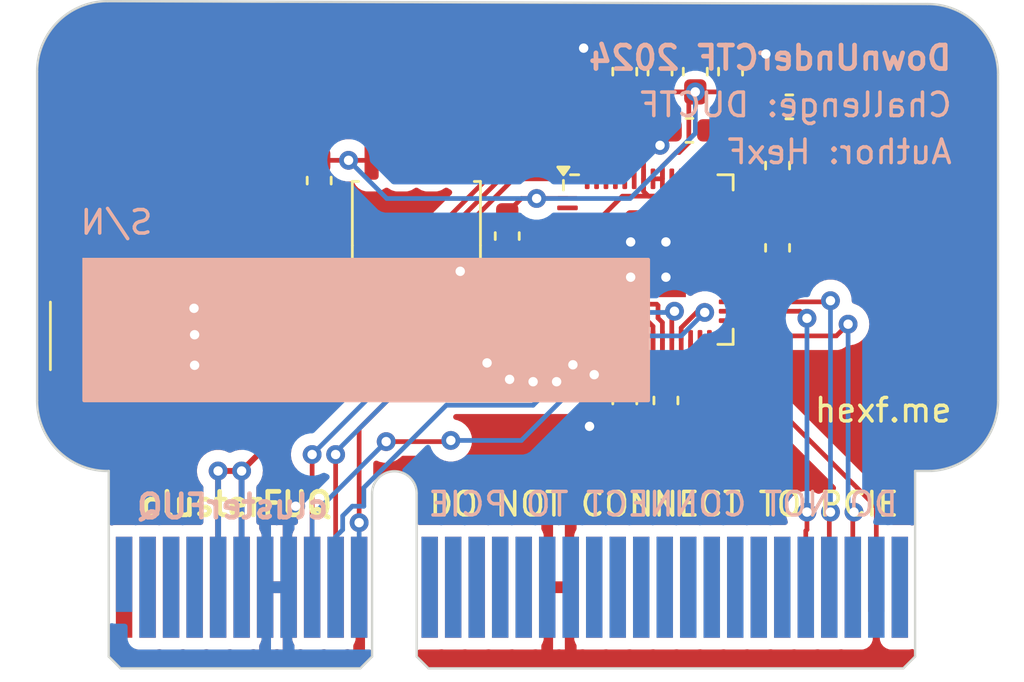
<source format=kicad_pcb>
(kicad_pcb (version 20240108) (generator "pcbnew") (generator_version "8.0")
  (layers (0 "F.Cu" signal) (31 "B.Cu" signal) (34 "B.Paste" user) (35 "F.Paste" user) (36 "B.SilkS" user "B.Silkscreen") (37 "F.SilkS" user "F.Silkscreen") (38 "B.Mask" user) (39 "F.Mask" user) (44 "Edge.Cuts" user))
  (net 0 "")
  (net 1 "+5V_0")
  (net 2 "+5V")
  (net 3 "+3V3")
  (net 4 "GND")
  (net 5 "/CH_SCK")
  (net 6 "/CH_CS")
  (net 7 "Net-(U101-VREG_VOUT)")
  (net 29 "/CH_MISO")
  (net 30 "/CH_MOSI")
  (net 45 "/MOSI")
  (net 46 "/SCK")
  (net 47 "/MISO")
  (net 48 "/~{RESET}")
  (net 50 "/RC522_CS")
  (net 51 "Net-(J101-Pin_3)")
  (net 52 "Net-(J101-Pin_1)")
  (net 55 "/QSPI.SS")
  (net 58 "/QSPI.D0")
  (net 70 "/QSPI.D3")
  (net 71 "/QSPI.CK")
  (net 80 "/QSPI.D2")
  (net 82 "/QSPI.D1")
  (net 85 "+AUX")
  (net 86 "+AUX_0")
  (net 87 "+AUX_1")
  (net 88 "+5V_1")
  (net 89 "+AUX_2")
  (net 90 "+5V_2")
  (footprint "Capacitor_SMD:C_0603_1608Metric_Pad1.08x0.95mm_HandSolder" (layer "F.Cu") (at 139 87.6375 -90)
    (property "Reference" "C101" (hide yes))
    (property "Value" "100nF")
    (fp_line (start -0.146267 0.51) (end 0.146267 0.51) (stroke (width 0.12)) (layer "F.SilkS"))
    (fp_line (start -0.146267 -0.51) (end 0.146267 -0.51) (stroke (width 0.12)) (layer "F.SilkS"))
    (pad "1" smd roundrect (at -0.8625 0 270) (size 1.075 0.95) (layers "F.Cu" "F.Paste" "F.Mask") (net 3 "+3V3"))
    (pad "2" smd roundrect (at 0.8625 0 270) (size 1.075 0.95) (layers "F.Cu" "F.Paste" "F.Mask") (net 4 "GND"))
  )
  (footprint "Capacitor_SMD:C_0603_1608Metric_Pad1.08x0.95mm_HandSolder" (layer "F.Cu") (at 153.5 83 90)
    (property "Reference" "C106" (hide yes))
    (property "Value" "100nF")
    (fp_line (start -0.146267 -0.51) (end 0.146267 -0.51) (stroke (width 0.12)) (layer "F.SilkS"))
    (fp_line (start -0.146267 0.51) (end 0.146267 0.51) (stroke (width 0.12)) (layer "F.SilkS"))
    (pad "1" smd roundrect (at -0.8625 0 90) (size 1.075 0.95) (layers "F.Cu" "F.Paste" "F.Mask") (net 3 "+3V3"))
    (pad "2" smd roundrect (at 0.8625 0 90) (size 1.075 0.95) (layers "F.Cu" "F.Paste" "F.Mask") (net 4 "GND"))
  )
  (footprint "Capacitor_SMD:C_0603_1608Metric_Pad1.08x0.95mm_HandSolder" (layer "F.Cu") (at 154.75 85.5)
    (property "Reference" "C113" (hide yes))
    (property "Value" "1uF")
    (fp_line (start -0.146267 -0.51) (end 0.146267 -0.51) (stroke (width 0.12)) (layer "F.SilkS"))
    (fp_line (start -0.146267 0.51) (end 0.146267 0.51) (stroke (width 0.12)) (layer "F.SilkS"))
    (pad "1" smd roundrect (at -0.8625 0) (size 1.075 0.95) (layers "F.Cu" "F.Paste" "F.Mask") (net 4 "GND"))
    (pad "2" smd roundrect (at 0.8625 0) (size 1.075 0.95) (layers "F.Cu" "F.Paste" "F.Mask") (net 7 "Net-(U101-VREG_VOUT)"))
  )
  (footprint "Capacitor_SMD:C_0603_1608Metric_Pad1.08x0.95mm_HandSolder" (layer "F.Cu") (at 152 97 -90)
    (property "Reference" "C109" (hide yes))
    (property "Value" "100nF")
    (fp_line (start -0.146267 0.51) (end 0.146267 0.51) (stroke (width 0.12)) (layer "F.SilkS"))
    (fp_line (start -0.146267 -0.51) (end 0.146267 -0.51) (stroke (width 0.12)) (layer "F.SilkS"))
    (pad "1" smd roundrect (at -0.8625 0 270) (size 1.075 0.95) (layers "F.Cu" "F.Paste" "F.Mask") (net 3 "+3V3"))
    (pad "2" smd roundrect (at 0.8625 0 270) (size 1.075 0.95) (layers "F.Cu" "F.Paste" "F.Mask") (net 4 "GND"))
  )
  (footprint "Connector_PCBEdge:BUS_PCIexpress_x4" (layer "F.Cu") (at 130.7 104.95)
    (property "Reference" "J1" (hide yes))
    (property "Value" "clusterFUQ_Connector")
    (fp_line (start -0.65 -4.95) (end -0.65 2.95) (stroke (width 0.1)) (layer "Edge.Cuts"))
    (fp_line (start -0.65 2.95) (end -0.15 3.45) (stroke (width 0.1)) (layer "Edge.Cuts"))
    (fp_line (start -0.15 3.45) (end 10.05 3.45) (stroke (width 0.1)) (layer "Edge.Cuts"))
    (fp_line (start 10.55 -4) (end 10.55 2.95) (stroke (width 0.1)) (layer "Edge.Cuts"))
    (fp_line (start 10.55 2.95) (end 10.05 3.45) (stroke (width 0.1)) (layer "Edge.Cuts"))
    (fp_line (start 12.45 -4) (end 12.45 2.95) (stroke (width 0.1)) (layer "Edge.Cuts"))
    (fp_line (start 12.45 2.95) (end 12.95 3.45) (stroke (width 0.1)) (layer "Edge.Cuts"))
    (fp_line (start 12.95 3.45) (end 33.15 3.45) (stroke (width 0.1)) (layer "Edge.Cuts"))
    (fp_line (start 33.65 -4.95) (end 33.65 2.95) (stroke (width 0.1)) (layer "Edge.Cuts"))
    (fp_line (start 33.65 2.95) (end 33.15 3.45) (stroke (width 0.1)) (layer "Edge.Cuts"))
    (fp_arc (start 10.55 -4) (mid 11.5 -4.95) (end 12.45 -4) (stroke (width 0.1)) (layer "Edge.Cuts"))
    (pad "A1" connect rect (at 0 -0.55) (size 0.7 3.2) (layers "B.Cu" "B.Mask") (net 89 "+AUX_2"))
    (pad "A2" connect rect (at 1 0) (size 0.7 4.3) (layers "B.Cu" "B.Mask") (net 86 "+AUX_0"))
    (pad "A3" connect rect (at 2 0) (size 0.7 4.3) (layers "B.Cu" "B.Mask") (net 88 "+5V_1"))
    (pad "A4" connect rect (at 3 0) (size 0.7 4.3) (layers "B.Cu" "B.Mask") (net 90 "+5V_2"))
    (pad "A5" connect rect (at 4 0) (size 0.7 4.3) (layers "B.Cu" "B.Mask") (net 3 "+3V3"))
    (pad "A6" connect rect (at 5 0) (size 0.7 4.3) (layers "B.Cu" "B.Mask") (net 3 "+3V3"))
    (pad "A7" connect rect (at 6 0) (size 0.7 4.3) (layers "B.Cu" "B.Mask") (net 4 "GND"))
    (pad "A8" connect rect (at 7 0) (size 0.7 4.3) (layers "B.Cu" "B.Mask") (net 4 "GND"))
    (pad "A9" connect rect (at 8 0) (size 0.7 4.3) (layers "B.Cu" "B.Mask") (net 29 "/CH_MISO"))
    (pad "A10" connect rect (at 9 0) (size 0.7 4.3) (layers "B.Cu" "B.Mask") (net 5 "/CH_SCK"))
    (pad "A11" connect rect (at 10 0) (size 0.7 4.3) (layers "B.Cu" "B.Mask") (net 48 "/~{RESET}"))
    (pad "A12" connect rect (at 13 0) (size 0.7 4.3) (layers "B.Cu" "B.Mask"))
    (pad "A13" connect rect (at 14 0) (size 0.7 4.3) (layers "B.Cu" "B.Mask"))
    (pad "A14" connect rect (at 15 0) (size 0.7 4.3) (layers "B.Cu" "B.Mask"))
    (pad "A15" connect rect (at 16 0) (size 0.7 4.3) (layers "B.Cu" "B.Mask"))
    (pad "A16" connect rect (at 17 0) (size 0.7 4.3) (layers "B.Cu" "B.Mask"))
    (pad "A17" connect rect (at 18 0) (size 0.7 4.3) (layers "B.Cu" "B.Mask"))
    (pad "A18" connect rect (at 19 0) (size 0.7 4.3) (layers "B.Cu" "B.Mask"))
    (pad "A19" connect rect (at 20 0) (size 0.7 4.3) (layers "B.Cu" "B.Mask"))
    (pad "A20" connect rect (at 21 0) (size 0.7 4.3) (layers "B.Cu" "B.Mask"))
    (pad "A21" connect rect (at 22 0) (size 0.7 4.3) (layers "B.Cu" "B.Mask"))
    (pad "A22" connect rect (at 23 0) (size 0.7 4.3) (layers "B.Cu" "B.Mask"))
    (pad "A23" connect rect (at 24 0) (size 0.7 4.3) (layers "B.Cu" "B.Mask"))
    (pad "A24" connect rect (at 25 0) (size 0.7 4.3) (layers "B.Cu" "B.Mask"))
    (pad "A25" connect rect (at 26 0) (size 0.7 4.3) (layers "B.Cu" "B.Mask"))
    (pad "A26" connect rect (at 27 0) (size 0.7 4.3) (layers "B.Cu" "B.Mask"))
    (pad "A27" connect rect (at 28 0) (size 0.7 4.3) (layers "B.Cu" "B.Mask"))
    (pad "A28" connect rect (at 29 0) (size 0.7 4.3) (layers "B.Cu" "B.Mask"))
    (pad "A29" connect rect (at 30 0) (size 0.7 4.3) (layers "B.Cu" "B.Mask"))
    (pad "A30" connect rect (at 31 0) (size 0.7 4.3) (layers "B.Cu" "B.Mask"))
    (pad "A31" connect rect (at 32 0) (size 0.7 4.3) (layers "B.Cu" "B.Mask"))
    (pad "A32" connect rect (at 33 0) (size 0.7 4.3) (layers "B.Cu" "B.Mask"))
    (pad "B1" connect rect (at 0 0) (size 0.7 4.3) (layers "F.Cu" "F.Mask") (net 87 "+AUX_1"))
    (pad "B2" connect rect (at 1 0) (size 0.7 4.3) (layers "F.Cu" "F.Mask") (net 85 "+AUX"))
    (pad "B3" connect rect (at 2 0) (size 0.7 4.3) (layers "F.Cu" "F.Mask") (net 1 "+5V_0"))
    (pad "B4" connect rect (at 3 0) (size 0.7 4.3) (layers "F.Cu" "F.Mask") (net 2 "+5V"))
    (pad "B5" connect rect (at 4 0) (size 0.7 4.3) (layers "F.Cu" "F.Mask") (net 3 "+3V3"))
    (pad "B6" connect rect (at 5 0) (size 0.7 4.3) (layers "F.Cu" "F.Mask") (net 3 "+3V3"))
    (pad "B7" connect rect (at 6 0) (size 0.7 4.3) (layers "F.Cu" "F.Mask") (net 4 "GND"))
    (pad "B8" connect rect (at 7 0) (size 0.7 4.3) (layers "F.Cu" "F.Mask") (net 4 "GND"))
    (pad "B9" connect rect (at 8 0) (size 0.7 4.3) (layers "F.Cu" "F.Mask") (net 30 "/CH_MOSI"))
    (pad "B10" connect rect (at 9 0) (size 0.7 4.3) (layers "F.Cu" "F.Mask") (net 6 "/CH_CS"))
    (pad "B11" connect rect (at 10 0) (size 0.7 4.3) (layers "F.Cu" "F.Mask") (net 4 "GND"))
    (pad "B12" connect rect (at 13 0) (size 0.7 4.3) (layers "F.Cu" "F.Mask"))
    (pad "B13" connect rect (at 14 0) (size 0.7 4.3) (layers "F.Cu" "F.Mask"))
    (pad "B14" connect rect (at 15 0) (size 0.7 4.3) (layers "F.Cu" "F.Mask"))
    (pad "B15" connect rect (at 16 0) (size 0.7 4.3) (layers "F.Cu" "F.Mask"))
    (pad "B16" connect rect (at 17 0) (size 0.7 4.3) (layers "F.Cu" "F.Mask"))
    (pad "B17" connect rect (at 18 0) (size 0.7 4.3) (layers "F.Cu" "F.Mask") (net 4 "GND"))
    (pad "B18" connect rect (at 19 0) (size 0.7 4.3) (layers "F.Cu" "F.Mask") (net 4 "GND"))
    (pad "B19" connect rect (at 20 0) (size 0.7 4.3) (layers "F.Cu" "F.Mask"))
    (pad "B20" connect rect (at 21 0) (size 0.7 4.3) (layers "F.Cu" "F.Mask"))
    (pad "B21" connect rect (at 22 0) (size 0.7 4.3) (layers "F.Cu" "F.Mask"))
    (pad "B22" connect rect (at 23 0) (size 0.7 4.3) (layers "F.Cu" "F.Mask"))
    (pad "B23" connect rect (at 24 0) (size 0.7 4.3) (layers "F.Cu" "F.Mask"))
    (pad "B24" connect rect (at 25 0) (size 0.7 4.3) (layers "F.Cu" "F.Mask"))
    (pad "B25" connect rect (at 26 0) (size 0.7 4.3) (layers "F.Cu" "F.Mask"))
    (pad "B26" connect rect (at 27 0) (size 0.7 4.3) (layers "F.Cu" "F.Mask"))
    (pad "B27" connect rect (at 28 0) (size 0.7 4.3) (layers "F.Cu" "F.Mask"))
    (pad "B28" connect rect (at 29 0) (size 0.7 4.3) (layers "F.Cu" "F.Mask") (net 45 "/MOSI"))
    (pad "B29" connect rect (at 30 0) (size 0.7 4.3) (layers "F.Cu" "F.Mask") (net 47 "/MISO"))
    (pad "B30" connect rect (at 31 0) (size 0.7 4.3) (layers "F.Cu" "F.Mask") (net 46 "/SCK"))
    (pad "B31" connect rect (at 32 -0.55) (size 0.7 3.2) (layers "F.Cu" "F.Mask") (net 50 "/RC522_CS"))
    (pad "B32" connect rect (at 33 0) (size 0.7 4.3) (layers "F.Cu" "F.Mask"))
  )
  (footprint "Capacitor_SMD:C_0603_1608Metric_Pad1.08x0.95mm_HandSolder" (layer "F.Cu") (at 153.75 97 90)
    (property "Reference" "C111" (hide yes))
    (property "Value" "100nF")
    (fp_line (start -0.146267 -0.51) (end 0.146267 -0.51) (stroke (width 0.12)) (layer "F.SilkS"))
    (fp_line (start -0.146267 0.51) (end 0.146267 0.51) (stroke (width 0.12)) (layer "F.SilkS"))
    (pad "1" smd roundrect (at -0.8625 0 90) (size 1.075 0.95) (layers "F.Cu" "F.Paste" "F.Mask") (net 4 "GND"))
    (pad "2" smd roundrect (at 0.8625 0 90) (size 1.075 0.95) (layers "F.Cu" "F.Paste" "F.Mask") (net 7 "Net-(U101-VREG_VOUT)"))
  )
  (footprint "Capacitor_SMD:C_0603_1608Metric_Pad1.08x0.95mm_HandSolder" (layer "F.Cu") (at 159 84.5)
    (property "Reference" "C104" (hide yes))
    (property "Value" "100nF")
    (fp_line (start -0.146267 -0.51) (end 0.146267 -0.51) (stroke (width 0.12)) (layer "F.SilkS"))
    (fp_line (start -0.146267 0.51) (end 0.146267 0.51) (stroke (width 0.12)) (layer "F.SilkS"))
    (pad "1" smd roundrect (at -0.8625 0) (size 1.075 0.95) (layers "F.Cu" "F.Paste" "F.Mask") (net 3 "+3V3"))
    (pad "2" smd roundrect (at 0.8625 0) (size 1.075 0.95) (layers "F.Cu" "F.Paste" "F.Mask") (net 4 "GND"))
  )
  (footprint "Capacitor_SMD:C_0603_1608Metric_Pad1.08x0.95mm_HandSolder" (layer "F.Cu") (at 152 83 -90)
    (property "Reference" "C112" (hide yes))
    (property "Value" "100nF")
    (fp_line (start -0.146267 0.51) (end 0.146267 0.51) (stroke (width 0.12)) (layer "F.SilkS"))
    (fp_line (start -0.146267 -0.51) (end 0.146267 -0.51) (stroke (width 0.12)) (layer "F.SilkS"))
    (pad "1" smd roundrect (at -0.8625 0 270) (size 1.075 0.95) (layers "F.Cu" "F.Paste" "F.Mask") (net 4 "GND"))
    (pad "2" smd roundrect (at 0.8625 0 270) (size 1.075 0.95) (layers "F.Cu" "F.Paste" "F.Mask") (net 7 "Net-(U101-VREG_VOUT)"))
  )
  (footprint "Capacitor_SMD:C_0603_1608Metric_Pad1.08x0.95mm_HandSolder" (layer "F.Cu") (at 158.5 90.5 90)
    (property "Reference" "C110" (hide yes))
    (property "Value" "100nF")
    (fp_line (start -0.146267 -0.51) (end 0.146267 -0.51) (stroke (width 0.12)) (layer "F.SilkS"))
    (fp_line (start -0.146267 0.51) (end 0.146267 0.51) (stroke (width 0.12)) (layer "F.SilkS"))
    (pad "1" smd roundrect (at -0.8625 0 90) (size 1.075 0.95) (layers "F.Cu" "F.Paste" "F.Mask") (net 3 "+3V3"))
    (pad "2" smd roundrect (at 0.8625 0 90) (size 1.075 0.95) (layers "F.Cu" "F.Paste" "F.Mask") (net 4 "GND"))
  )
  (footprint "Capacitor_SMD:C_0603_1608Metric_Pad1.08x0.95mm_HandSolder" (layer "F.Cu") (at 147 94 -90)
    (property "Reference" "C108" (hide yes))
    (property "Value" "100nF")
    (fp_line (start -0.146267 0.51) (end 0.146267 0.51) (stroke (width 0.12)) (layer "F.SilkS"))
    (fp_line (start -0.146267 -0.51) (end 0.146267 -0.51) (stroke (width 0.12)) (layer "F.SilkS"))
    (pad "1" smd roundrect (at -0.8625 0 270) (size 1.075 0.95) (layers "F.Cu" "F.Paste" "F.Mask") (net 3 "+3V3"))
    (pad "2" smd roundrect (at 0.8625 0 270) (size 1.075 0.95) (layers "F.Cu" "F.Paste" "F.Mask") (net 4 "GND"))
  )
  (footprint "Capacitor_SMD:C_0603_1608Metric_Pad1.08x0.95mm_HandSolder" (layer "F.Cu") (at 158.5 87 -90)
    (property "Reference" "C103" (hide yes))
    (property "Value" "100nF")
    (fp_line (start -0.146267 0.51) (end 0.146267 0.51) (stroke (width 0.12)) (layer "F.SilkS"))
    (fp_line (start -0.146267 -0.51) (end 0.146267 -0.51) (stroke (width 0.12)) (layer "F.SilkS"))
    (pad "1" smd roundrect (at -0.8625 0 270) (size 1.075 0.95) (layers "F.Cu" "F.Paste" "F.Mask") (net 3 "+3V3"))
    (pad "2" smd roundrect (at 0.8625 0 270) (size 1.075 0.95) (layers "F.Cu" "F.Paste" "F.Mask") (net 4 "GND"))
  )
  (footprint "Package_DFN_QFN:QFN-56-1EP_7x7mm_P0.4mm_EP3.2x3.2mm" (layer "F.Cu") (at 153 91)
    (property "Reference" "U101" (hide yes))
    (property "Value" "RP2040")
    (fp_line (start -3.61 -2.96) (end -3.61 -3.37) (stroke (width 0.12)) (layer "F.SilkS"))
    (fp_line (start -3.61 3.61) (end -3.61 2.96) (stroke (width 0.12)) (layer "F.SilkS"))
    (fp_line (start -2.96 -3.61) (end -3.31 -3.61) (stroke (width 0.12)) (layer "F.SilkS"))
    (fp_line (start -2.96 3.61) (end -3.61 3.61) (stroke (width 0.12)) (layer "F.SilkS"))
    (fp_line (start 2.96 -3.61) (end 3.61 -3.61) (stroke (width 0.12)) (layer "F.SilkS"))
    (fp_line (start 2.96 3.61) (end 3.61 3.61) (stroke (width 0.12)) (layer "F.SilkS"))
    (fp_line (start 3.61 -3.61) (end 3.61 -2.96) (stroke (width 0.12)) (layer "F.SilkS"))
    (fp_line (start 3.61 3.61) (end 3.61 2.96) (stroke (width 0.12)) (layer "F.SilkS"))
    (fp_poly (pts (xy -3.61 -3.61) (xy -3.85 -3.94) (xy -3.37 -3.94) (xy -3.61 -3.61)) (stroke (width 0.12)) (fill solid) (layer "F.SilkS"))
    (pad "1" smd roundrect (at -3.4375 -2.6) (size 0.875 0.2) (layers "F.Cu" "F.Paste" "F.Mask") (net 3 "+3V3"))
    (pad "2" smd roundrect (at -3.4375 -2.2) (size 0.875 0.2) (layers "F.Cu" "F.Paste" "F.Mask"))
    (pad "3" smd roundrect (at -3.4375 -1.8) (size 0.875 0.2) (layers "F.Cu" "F.Paste" "F.Mask"))
    (pad "4" smd roundrect (at -3.4375 -1.4) (size 0.875 0.2) (layers "F.Cu" "F.Paste" "F.Mask"))
    (pad "5" smd roundrect (at -3.4375 -1) (size 0.875 0.2) (layers "F.Cu" "F.Paste" "F.Mask"))
    (pad "6" smd roundrect (at -3.4375 -0.6) (size 0.875 0.2) (layers "F.Cu" "F.Paste" "F.Mask"))
    (pad "7" smd roundrect (at -3.4375 -0.2) (size 0.875 0.2) (layers "F.Cu" "F.Paste" "F.Mask"))
    (pad "8" smd roundrect (at -3.4375 0.2) (size 0.875 0.2) (layers "F.Cu" "F.Paste" "F.Mask"))
    (pad "9" smd roundrect (at -3.4375 0.6) (size 0.875 0.2) (layers "F.Cu" "F.Paste" "F.Mask"))
    (pad "10" smd roundrect (at -3.4375 1) (size 0.875 0.2) (layers "F.Cu" "F.Paste" "F.Mask") (net 3 "+3V3"))
    (pad "11" smd roundrect (at -3.4375 1.4) (size 0.875 0.2) (layers "F.Cu" "F.Paste" "F.Mask") (net 30 "/CH_MOSI"))
    (pad "12" smd roundrect (at -3.4375 1.8) (size 0.875 0.2) (layers "F.Cu" "F.Paste" "F.Mask") (net 6 "/CH_CS"))
    (pad "13" smd roundrect (at -3.4375 2.2) (size 0.875 0.2) (layers "F.Cu" "F.Paste" "F.Mask") (net 5 "/CH_SCK"))
    (pad "14" smd roundrect (at -3.4375 2.6) (size 0.875 0.2) (layers "F.Cu" "F.Paste" "F.Mask") (net 29 "/CH_MISO"))
    (pad "15" smd roundrect (at -2.6 3.4375) (size 0.2 0.875) (layers "F.Cu" "F.Paste" "F.Mask"))
    (pad "16" smd roundrect (at -2.2 3.4375) (size 0.2 0.875) (layers "F.Cu" "F.Paste" "F.Mask"))
    (pad "17" smd roundrect (at -1.8 3.4375) (size 0.2 0.875) (layers "F.Cu" "F.Paste" "F.Mask"))
    (pad "18" smd roundrect (at -1.4 3.4375) (size 0.2 0.875) (layers "F.Cu" "F.Paste" "F.Mask"))
    (pad "19" smd roundrect (at -1 3.4375) (size 0.2 0.875) (layers "F.Cu" "F.Paste" "F.Mask") (net 4 "GND"))
    (pad "20" smd roundrect (at -0.6 3.4375) (size 0.2 0.875) (layers "F.Cu" "F.Paste" "F.Mask"))
    (pad "21" smd roundrect (at -0.2 3.4375) (size 0.2 0.875) (layers "F.Cu" "F.Paste" "F.Mask"))
    (pad "22" smd roundrect (at 0.2 3.4375) (size 0.2 0.875) (layers "F.Cu" "F.Paste" "F.Mask") (net 3 "+3V3"))
    (pad "23" smd roundrect (at 0.6 3.4375) (size 0.2 0.875) (layers "F.Cu" "F.Paste" "F.Mask") (net 7 "Net-(U101-VREG_VOUT)"))
    (pad "24" smd roundrect (at 1 3.4375) (size 0.2 0.875) (layers "F.Cu" "F.Paste" "F.Mask") (net 52 "Net-(J101-Pin_1)"))
    (pad "25" smd roundrect (at 1.4 3.4375) (size 0.2 0.875) (layers "F.Cu" "F.Paste" "F.Mask") (net 51 "Net-(J101-Pin_3)"))
    (pad "26" smd roundrect (at 1.8 3.4375) (size 0.2 0.875) (layers "F.Cu" "F.Paste" "F.Mask") (net 48 "/~{RESET}"))
    (pad "27" smd roundrect (at 2.2 3.4375) (size 0.2 0.875) (layers "F.Cu" "F.Paste" "F.Mask"))
    (pad "28" smd roundrect (at 2.6 3.4375) (size 0.2 0.875) (layers "F.Cu" "F.Paste" "F.Mask") (net 50 "/RC522_CS"))
    (pad "29" smd roundrect (at 3.4375 2.6) (size 0.875 0.2) (layers "F.Cu" "F.Paste" "F.Mask") (net 46 "/SCK"))
    (pad "30" smd roundrect (at 3.4375 2.2) (size 0.875 0.2) (layers "F.Cu" "F.Paste" "F.Mask") (net 45 "/MOSI"))
    (pad "31" smd roundrect (at 3.4375 1.8) (size 0.875 0.2) (layers "F.Cu" "F.Paste" "F.Mask") (net 47 "/MISO"))
    (pad "32" smd roundrect (at 3.4375 1.4) (size 0.875 0.2) (layers "F.Cu" "F.Paste" "F.Mask"))
    (pad "33" smd roundrect (at 3.4375 1) (size 0.875 0.2) (layers "F.Cu" "F.Paste" "F.Mask") (net 3 "+3V3"))
    (pad "34" smd roundrect (at 3.4375 0.6) (size 0.875 0.2) (layers "F.Cu" "F.Paste" "F.Mask"))
    (pad "35" smd roundrect (at 3.4375 0.2) (size 0.875 0.2) (layers "F.Cu" "F.Paste" "F.Mask"))
    (pad "36" smd roundrect (at 3.4375 -0.2) (size 0.875 0.2) (layers "F.Cu" "F.Paste" "F.Mask"))
    (pad "37" smd roundrect (at 3.4375 -0.6) (size 0.875 0.2) (layers "F.Cu" "F.Paste" "F.Mask"))
    (pad "38" smd roundrect (at 3.4375 -1) (size 0.875 0.2) (layers "F.Cu" "F.Paste" "F.Mask"))
    (pad "39" smd roundrect (at 3.4375 -1.4) (size 0.875 0.2) (layers "F.Cu" "F.Paste" "F.Mask"))
    (pad "40" smd roundrect (at 3.4375 -1.8) (size 0.875 0.2) (layers "F.Cu" "F.Paste" "F.Mask"))
    (pad "41" smd roundrect (at 3.4375 -2.2) (size 0.875 0.2) (layers "F.Cu" "F.Paste" "F.Mask"))
    (pad "42" smd roundrect (at 3.4375 -2.6) (size 0.875 0.2) (layers "F.Cu" "F.Paste" "F.Mask") (net 3 "+3V3"))
    (pad "43" smd roundrect (at 2.6 -3.4375) (size 0.2 0.875) (layers "F.Cu" "F.Paste" "F.Mask") (net 3 "+3V3"))
    (pad "44" smd roundrect (at 2.2 -3.4375) (size 0.2 0.875) (layers "F.Cu" "F.Paste" "F.Mask") (net 3 "+3V3"))
    (pad "45" smd roundrect (at 1.8 -3.4375) (size 0.2 0.875) (layers "F.Cu" "F.Paste" "F.Mask") (net 7 "Net-(U101-VREG_VOUT)"))
    (pad "46" smd roundrect (at 1.4 -3.4375) (size 0.2 0.875) (layers "F.Cu" "F.Paste" "F.Mask"))
    (pad "47" smd roundrect (at 1 -3.4375) (size 0.2 0.875) (layers "F.Cu" "F.Paste" "F.Mask"))
    (pad "48" smd roundrect (at 0.6 -3.4375) (size 0.2 0.875) (layers "F.Cu" "F.Paste" "F.Mask") (net 3 "+3V3"))
    (pad "49" smd roundrect (at 0.2 -3.4375) (size 0.2 0.875) (layers "F.Cu" "F.Paste" "F.Mask") (net 3 "+3V3"))
    (pad "50" smd roundrect (at -0.2 -3.4375) (size 0.2 0.875) (layers "F.Cu" "F.Paste" "F.Mask") (net 7 "Net-(U101-VREG_VOUT)"))
    (pad "51" smd roundrect (at -0.6 -3.4375) (size 0.2 0.875) (layers "F.Cu" "F.Paste" "F.Mask") (net 70 "/QSPI.D3"))
    (pad "52" smd roundrect (at -1 -3.4375) (size 0.2 0.875) (layers "F.Cu" "F.Paste" "F.Mask") (net 71 "/QSPI.CK"))
    (pad "53" smd roundrect (at -1.4 -3.4375) (size 0.2 0.875) (layers "F.Cu" "F.Paste" "F.Mask") (net 58 "/QSPI.D0"))
    (pad "54" smd roundrect (at -1.8 -3.4375) (size 0.2 0.875) (layers "F.Cu" "F.Paste" "F.Mask") (net 80 "/QSPI.D2"))
    (pad "55" smd roundrect (at -2.2 -3.4375) (size 0.2 0.875) (layers "F.Cu" "F.Paste" "F.Mask") (net 82 "/QSPI.D1"))
    (pad "56" smd roundrect (at -2.6 -3.4375) (size 0.2 0.875) (layers "F.Cu" "F.Paste" "F.Mask") (net 55 "/QSPI.SS"))
    (pad "57" smd rect (at 0 0) (size 3.2 3.2) (property pad_prop_heatsink) (layers "F.Cu" "F.Mask") (net 4 "GND"))
  )
  (footprint "Package_SO:SOIC-8_5.23x5.23mm_P1.27mm" (layer "F.Cu") (at 143.135 90.4 90)
    (property "Reference" "U102" (hide yes))
    (property "Value" "W25Q16JVSS")
    (fp_line (start 2.725 -2.725) (end 2.725 -2.465) (stroke (width 0.12)) (layer "F.SilkS"))
    (fp_line (start 0 -2.725) (end 2.725 -2.725) (stroke (width 0.12)) (layer "F.SilkS"))
    (fp_line (start 0 -2.725) (end -2.725 -2.725) (stroke (width 0.12)) (layer "F.SilkS"))
    (fp_line (start -2.725 -2.725) (end -2.725 -2.465) (stroke (width 0.12)) (layer "F.SilkS"))
    (fp_line (start 2.725 2.725) (end 2.725 2.465) (stroke (width 0.12)) (layer "F.SilkS"))
    (fp_line (start 0 2.725) (end 2.725 2.725) (stroke (width 0.12)) (layer "F.SilkS"))
    (fp_line (start 0 2.725) (end -2.725 2.725) (stroke (width 0.12)) (layer "F.SilkS"))
    (fp_line (start -2.725 2.725) (end -2.725 2.465) (stroke (width 0.12)) (layer "F.SilkS"))
    (fp_poly (pts (xy -3.5075 -2.465) (xy -3.7475 -2.795) (xy -3.2675 -2.795) (xy -3.5075 -2.465)) (stroke (width 0.12)) (fill solid) (layer "F.SilkS"))
    (pad "1" smd roundrect (at -3.6 -1.905 90) (size 1.6 0.6) (layers "F.Cu" "F.Paste" "F.Mask") (net 55 "/QSPI.SS"))
    (pad "2" smd roundrect (at -3.6 -0.635 90) (size 1.6 0.6) (layers "F.Cu" "F.Paste" "F.Mask") (net 82 "/QSPI.D1"))
    (pad "3" smd roundrect (at -3.6 0.635 90) (size 1.6 0.6) (layers "F.Cu" "F.Paste" "F.Mask") (net 80 "/QSPI.D2"))
    (pad "4" smd roundrect (at -3.6 1.905 90) (size 1.6 0.6) (layers "F.Cu" "F.Paste" "F.Mask") (net 4 "GND"))
    (pad "5" smd roundrect (at 3.6 1.905 90) (size 1.6 0.6) (layers "F.Cu" "F.Paste" "F.Mask") (net 58 "/QSPI.D0"))
    (pad "6" smd roundrect (at 3.6 0.635 90) (size 1.6 0.6) (layers "F.Cu" "F.Paste" "F.Mask") (net 71 "/QSPI.CK"))
    (pad "7" smd roundrect (at 3.6 -0.635 90) (size 1.6 0.6) (layers "F.Cu" "F.Paste" "F.Mask") (net 70 "/QSPI.D3"))
    (pad "8" smd roundrect (at 3.6 -1.905 90) (size 1.6 0.6) (layers "F.Cu" "F.Paste" "F.Mask") (net 3 "+3V3"))
  )
  (footprint "Capacitor_SMD:C_0603_1608Metric_Pad1.08x0.95mm_HandSolder" (layer "F.Cu") (at 147 90 -90)
    (property "Reference" "C107" (hide yes))
    (property "Value" "100nF")
    (fp_line (start -0.146267 0.51) (end 0.146267 0.51) (stroke (width 0.12)) (layer "F.SilkS"))
    (fp_line (start -0.146267 -0.51) (end 0.146267 -0.51) (stroke (width 0.12)) (layer "F.SilkS"))
    (pad "1" smd roundrect (at -0.8625 0 270) (size 1.075 0.95) (layers "F.Cu" "F.Paste" "F.Mask") (net 3 "+3V3"))
    (pad "2" smd roundrect (at 0.8625 0 270) (size 1.075 0.95) (layers "F.Cu" "F.Paste" "F.Mask") (net 4 "GND"))
  )
  (footprint "Capacitor_SMD:C_0603_1608Metric_Pad1.08x0.95mm_HandSolder" (layer "F.Cu") (at 155 83 90)
    (property "Reference" "C105" (hide yes))
    (property "Value" "100nF")
    (fp_line (start -0.146267 -0.51) (end 0.146267 -0.51) (stroke (width 0.12)) (layer "F.SilkS"))
    (fp_line (start -0.146267 0.51) (end 0.146267 0.51) (stroke (width 0.12)) (layer "F.SilkS"))
    (pad "1" smd roundrect (at -0.8625 0 90) (size 1.075 0.95) (layers "F.Cu" "F.Paste" "F.Mask") (net 3 "+3V3"))
    (pad "2" smd roundrect (at 0.8625 0 90) (size 1.075 0.95) (layers "F.Cu" "F.Paste" "F.Mask") (net 4 "GND"))
  )
  (footprint "Capacitor_SMD:C_0603_1608Metric_Pad1.08x0.95mm_HandSolder" (layer "F.Cu") (at 156.5 83 90)
    (property "Reference" "C102" (hide yes))
    (property "Value" "1uF")
    (fp_line (start -0.146267 -0.51) (end 0.146267 -0.51) (stroke (width 0.12)) (layer "F.SilkS"))
    (fp_line (start -0.146267 0.51) (end 0.146267 0.51) (stroke (width 0.12)) (layer "F.SilkS"))
    (pad "1" smd roundrect (at -0.8625 0 90) (size 1.075 0.95) (layers "F.Cu" "F.Paste" "F.Mask") (net 3 "+3V3"))
    (pad "2" smd roundrect (at 0.8625 0 90) (size 1.075 0.95) (layers "F.Cu" "F.Paste" "F.Mask") (net 4 "GND"))
  )
  (footprint "Connector_JST:JST_SH_SM03B-SRSS-TB_1x03-1MP_P1.00mm_Horizontal" (layer "F.Cu") (at 130.25 94.25 -90)
    (property "Reference" "J101" (hide yes))
    (property "Value" "Conn_01x03_Pin")
    (fp_line (start -1.44 2.685) (end 1.44 2.685) (stroke (width 0.12)) (layer "F.SilkS"))
    (fp_line (start -2.61 0.715) (end -2.61 -1.785) (stroke (width 0.12)) (layer "F.SilkS"))
    (fp_line (start 2.61 0.715) (end 2.61 -1.785) (stroke (width 0.12)) (layer "F.SilkS"))
    (fp_line (start -2.61 -1.785) (end -1.56 -1.785) (stroke (width 0.12)) (layer "F.SilkS"))
    (fp_line (start -1.56 -1.785) (end -1.56 -2.775) (stroke (width 0.12)) (layer "F.SilkS"))
    (fp_line (start 2.61 -1.785) (end 1.56 -1.785) (stroke (width 0.12)) (layer "F.SilkS"))
    (pad "1" smd roundrect (at -1 -2 270) (size 0.6 1.55) (layers "F.Cu" "F.Paste" "F.Mask") (net 52 "Net-(J101-Pin_1)"))
    (pad "2" smd roundrect (at 0 -2 270) (size 0.6 1.55) (layers "F.Cu" "F.Paste" "F.Mask") (net 4 "GND"))
    (pad "3" smd roundrect (at 1 -2 270) (size 0.6 1.55) (layers "F.Cu" "F.Paste" "F.Mask") (net 51 "Net-(J101-Pin_3)"))
    (pad "MP" smd roundrect (at -2.3 1.875 270) (size 1.2 1.8) (layers "F.Cu" "F.Paste" "F.Mask") (roundrect_rratio 0.208333))
    (pad "MP" smd roundrect (at 2.3 1.875 270) (size 1.2 1.8) (layers "F.Cu" "F.Paste" "F.Mask") (roundrect_rratio 0.208333))
  )
  (gr_rect (start 129 91) (end 153 97) (stroke (width 0.15)) (fill solid) (layer "B.SilkS"))
  (gr_arc (start 164.87868 80.12132) (mid 167 81) (end 167.87868 83.12132) (stroke (width 0.1)) (layer "Edge.Cuts"))
  (gr_line (start 165 100) (end 164.35 100) (stroke (width 0.1)) (layer "Edge.Cuts"))
  (gr_line (start 130 80) (end 164.87868 80.12132) (stroke (width 0.1)) (layer "Edge.Cuts"))
  (gr_line (start 167.87868 83.12132) (end 167.881132 97) (stroke (width 0.1)) (layer "Edge.Cuts"))
  (gr_arc (start 130.05 99.999999) (mid 127.896138 99.139219) (end 126.999584 97) (stroke (width 0.1)) (layer "Edge.Cuts"))
  (gr_line (start 127 97) (end 127 83) (stroke (width 0.1)) (layer "Edge.Cuts"))
  (gr_arc (start 167.881132 97) (mid 167.044203 99.079719) (end 165 100) (stroke (width 0.1)) (layer "Edge.Cuts"))
  (gr_arc (start 127 83) (mid 127.87868 80.87868) (end 130 80) (stroke (width 0.1)) (layer "Edge.Cuts"))
  (gr_text "S/N" (at 132 90 0) (layer "B.SilkS") (effects (font (size 1 1)) (justify left bottom mirror)))
  (gr_text "DO NOT CONNECT TO PCIE" (at 163.7 102 0) (layer "B.SilkS") (effects (font (size 1 1)) (justify left bottom mirror)))
  (gr_text "DownUnderCTF 2024" (at 166 83 0) (layer "B.SilkS") (effects (font (size 1 1) (thickness 0.2) (bold yes)) (justify left bottom mirror)))
  (gr_text "Challenge: DUCTF" (at 166 85 0) (layer "B.SilkS") (effects (font (size 1 1)) (justify left bottom mirror)))
  (gr_text "clusterFUQ" (at 139.5 102.1 0) (layer "B.SilkS") (effects (font (size 1 1) (thickness 0.2) (bold yes)) (justify left bottom mirror)))
  (gr_text "Author: HexF" (at 166 87 0) (layer "B.SilkS") (effects (font (size 1 1)) (justify left bottom mirror)))
  (gr_text "DO NOT CONNECT TO PCIE" (at 143.6 102 0) (layer "F.SilkS") (effects (font (size 1 1)) (justify left bottom)))
  (gr_text "hexf.me" (at 166 98 0) (layer "F.SilkS") (effects (font (size 1 1)) (justify right bottom)))
  (gr_text "clusterFUQ" (at 131.3 102 0) (layer "F.SilkS") (effects (font (size 1 1) (thickness 0.2) (bold yes)) (justify left bottom)))
  (gr_text "SWD" (at 135 94 270) (layer "F.SilkS") (effects (font (size 1.5 1.5) (thickness 0.3) (bold yes)) (justify bottom)))
  (segment (start 157.41875 87.41875) (end 158.5 86.3375) (width 0.2) (layer "F.Cu") (net 3))
  (segment (start 155.6 87.5625) (end 155.6 87.46875) (width 0.2) (layer "F.Cu") (net 3))
  (segment (start 156.4375 88.4) (end 157.41875 87.41875) (width 0.2) (layer "F.Cu") (net 3))
  (segment (start 150.3 92.20364) (end 150.09636 92) (width 0.2) (layer "F.Cu") (net 3))
  (segment (start 139 86.775) (end 140.25 86.775) (width 0.2) (layer "F.Cu") (net 3))
  (segment (start 157.5 87.5) (end 157.41875 87.41875) (width 0.2) (layer "F.Cu") (net 3))
  (segment (start 157.8625 92) (end 158.5 91.3625) (width 0.2) (layer "F.Cu") (net 3))
  (segment (start 155 83.8625) (end 153.5 83.8625) (width 0.2) (layer "F.Cu") (net 3))
  (segment (start 147.6 88.4) (end 148.25 88.4) (width 0.2) (layer "F.Cu") (net 3))
  (segment (start 156.5 86.2625) (end 156.5 83.8625) (width 0.2) (layer "F.Cu") (net 3))
  (segment (start 150.09636 92) (end 149.5625 92) (width 0.2) (layer "F.Cu") (net 3))
  (segment (start 135.7 104.95) (end 135.7 100) (width 0.25) (layer "F.Cu") (net 3))
  (segment (start 152.03386 96.1375) (end 152 96.1375) (width 0.2) (layer "F.Cu") (net 3))
  (segment (start 135.7 100) (end 134.7 100) (width 0.25) (layer "F.Cu") (net 3))
  (segment (start 144.415908 96.1) (end 147 93.515908) (width 0.25) (layer "F.Cu") (net 3))
  (segment (start 154.18932 86.43932) (end 154.31068 86.43932) (width 0.2) (layer "F.Cu") (net 3))
  (segment (start 156.4375 92) (end 157.5 92) (width 0.2) (layer "F.Cu") (net 3))
  (segment (start 149.5625 88.4) (end 148.25 88.4) (width 0.2) (layer "F.Cu") (net 3))
  (segment (start 154.31068 86.43932) (end 154.725 86.025) (width 0.2) (layer "F.Cu") (net 3))
  (segment (start 158.034375 85.034375) (end 158.034375 84.603125) (width 0.2) (layer "F.Cu") (net 3))
  (segment (start 147.775 92.3625) (end 147 93.1375) (width 0.2) (layer "F.Cu") (net 3))
  (segment (start 155.6 87.5625) (end 156.4375 88.4) (width 0.2) (layer "F.Cu") (net 3))
  (segment (start 135.7 100) (end 139.6 96.1) (width 0.25) (layer "F.Cu") (net 3))
  (segment (start 157.5 92) (end 157.8625 92) (width 0.2) (layer "F.Cu") (net 3))
  (segment (start 153.2 94.97136) (end 152.03386 96.1375) (width 0.2) (layer "F.Cu") (net 3))
  (segment (start 155.2 87.5625) (end 155.6 87.5625) (width 0.2) (layer "F.Cu") (net 3))
  (segment (start 147 89) (end 147.6 88.4) (width 0.2) (layer "F.Cu") (net 3))
  (segment (start 141.205 86.775) (end 141.23 86.8) (width 0.2) (layer "F.Cu") (net 3))
  (segment (start 158.5 86.3375) (end 158.5 86.1375) (width 0.2) (layer "F.Cu") (net 3))
  (segment (start 155.2 87.5625) (end 156.5 86.2625) (width 0.2) (layer "F.Cu") (net 3))
  (segment (start 154.725 84.1375) (end 155 83.8625) (width 0.2) (layer "F.Cu") (net 3))
  (segment (start 140.25 86.775) (end 141.205 86.775) (width 0.2) (layer "F.Cu") (net 3))
  (segment (start 134.7 104.95) (end 134.7 100) (width 0.25) (layer "F.Cu") (net 3))
  (segment (start 139.6 96.1) (end 144.415908 96.1) (width 0.25) (layer "F.Cu") (net 3))
  (segment (start 153.2 93.841946) (end 152.658054 93.3) (width 0.2) (layer "F.Cu") (net 3))
  (segment (start 150.85 93.3) (end 150.3 92.75) (width 0.2) (layer "F.Cu") (net 3))
  (segment (start 147 93.1375) (end 148.1375 92) (width 0.2) (layer "F.Cu") (net 3))
  (segment (start 147 89.1375) (end 147.775 89.9125) (width 0.2) (layer "F.Cu") (net 3))
  (segment (start 155.6 87.46875) (end 158.034375 85.034375) (width 0.2) (layer "F.Cu") (net 3))
  (segment (start 157.5 92) (end 157.5 87.5) (width 0.2) (layer "F.Cu") (net 3))
  (segment (start 155 83.8625) (end 156.5 83.8625) (width 0.2) (layer "F.Cu") (net 3))
  (segment (start 147.775 89.9125) (end 147.775 92.3625) (width 0.2) (layer "F.Cu") (net 3))
  (segment (start 154.725 86.025) (end 154.725 84.1375) (width 0.2) (layer "F.Cu") (net 3))
  (segment (start 153.2 87.5625) (end 153.6 87.5625) (width 0.2) (layer "F.Cu") (net 3))
  (segment (start 152.658054 93.3) (end 150.85 93.3) (width 0.2) (layer "F.Cu") (net 3))
  (segment (start 150.3 92.75) (end 150.3 92.20364) (width 0.2) (layer "F.Cu") (net 3))
  (segment (start 153.2 94.4375) (end 153.2 94.97136) (width 0.2) (layer "F.Cu") (net 3))
  (segment (start 153.6 87.5625) (end 153.6 87.02864) (width 0.2) (layer "F.Cu") (net 3))
  (segment (start 158.034375 84.603125) (end 158.1375 84.5) (width 0.2) (layer "F.Cu") (net 3))
  (segment (start 153.6 87.02864) (end 154.18932 86.43932) (width 0.2) (layer "F.Cu") (net 3))
  (segment (start 153.2 94.4375) (end 153.2 93.841946) (width 0.2) (layer "F.Cu") (net 3))
  (segment (start 147 93.515908) (end 147 93.1375) (width 0.25) (layer "F.Cu") (net 3))
  (segment (start 148.1375 92) (end 149.5625 92) (width 0.2) (layer "F.Cu") (net 3))
  (via (at 140.25 86.775) (size 0.8) (drill 0.4) (layers "F.Cu" "B.Cu") (net 3))
  (via (at 148.25 88.4) (size 0.8) (drill 0.4) (layers "F.Cu" "B.Cu") (net 3))
  (via (at 155 83.8625) (size 0.8) (drill 0.4) (layers "F.Cu" "B.Cu") (net 3))
  (via (at 135.7 100) (size 0.8) (drill 0.4) (layers "F.Cu" "B.Cu") (net 3))
  (via (at 134.7 100) (size 0.8) (drill 0.4) (layers "F.Cu" "B.Cu") (net 3))
  (segment (start 152.22864 88.4) (end 148.25 88.4) (width 0.2) (layer "B.Cu") (net 3))
  (segment (start 135.7 100) (end 135.7 104.95) (width 0.25) (layer "B.Cu") (net 3))
  (segment (start 141.875 88.4) (end 140.25 86.775) (width 0.2) (layer "B.Cu") (net 3))
  (segment (start 148.25 88.4) (end 141.875 88.4) (width 0.2) (layer "B.Cu") (net 3))
  (segment (start 134.7 100) (end 134.7 104.95) (width 0.25) (layer "B.Cu") (net 3))
  (segment (start 155 83.8625) (end 155 85.62864) (width 0.2) (layer "B.Cu") (net 3))
  (segment (start 155 85.62864) (end 152.22864 88.4) (width 0.2) (layer "B.Cu") (net 3))
  (segment (start 150.7 95.9) (end 151.35 95.25) (width 0.2) (layer "F.Cu") (net 4))
  (segment (start 146.678712 94.8625) (end 146.141212 95.4) (width 0.2) (layer "F.Cu") (net 4))
  (segment (start 151.35 95.25) (end 151.72136 95.25) (width 0.2) (layer "F.Cu") (net 4))
  (segment (start 147 94.8625) (end 146.678712 94.8625) (width 0.2) (layer "F.Cu") (net 4))
  (segment (start 153.8875 85.75119) (end 153.499999 86.138691) (width 0.2) (layer "F.Cu") (net 4))
  (segment (start 153.8875 85.5) (end 153.8875 85.75119) (width 0.2) (layer "F.Cu") (net 4))
  (segment (start 152 94.97136) (end 152 94.4375) (width 0.2) (layer "F.Cu") (net 4))
  (segment (start 151.72136 95.25) (end 152 94.97136) (width 0.2) (layer "F.Cu") (net 4))
  (segment (start 133.65 94.25) (end 133.7 94.2) (width 0.2) (layer "F.Cu") (net 4))
  (segment (start 132.25 94.25) (end 133.65 94.25) (width 0.2) (layer "F.Cu") (net 4))
  (via (at 153.499999 86.138691) (size 0.8) (drill 0.4) (layers "F.Cu" "B.Cu") (net 4))
  (via (at 153.75 91.75) (size 0.8) (drill 0.4) (layers "F.Cu" "B.Cu") (net 4))
  (via (at 138 101.5) (size 0.8) (drill 0.4) (layers "F.Cu" "B.Cu") (net 4))
  (via (at 145 91.5) (size 0.8) (drill 0.4) (layers "F.Cu" "B.Cu") (net 4))
  (via (at 150.25 82) (size 0.8) (drill 0.4) (layers "F.Cu" "B.Cu") (net 4))
  (via (at 150.7 95.9) (size 0.8) (drill 0.4) (layers "F.Cu" "B.Cu") (net 4))
  (via (at 150.5 98.1) (size 0.8) (drill 0.4) (layers "F.Cu" "B.Cu") (net 4))
  (via (at 133.7 94.2) (size 0.8) (drill 0.4) (layers "F.Cu" "B.Cu") (net 4))
  (via (at 146.141212 95.4) (size 0.8) (drill 0.4) (layers "F.Cu" "B.Cu") (net 4))
  (via (at 152.25 90.25) (size 0.8) (drill 0.4) (layers "F.Cu" "B.Cu") (net 4))
  (via (at 152.25 91.75) (size 0.8) (drill 0.4) (layers "F.Cu" "B.Cu") (net 4))
  (via (at 158 82.25) (size 0.8) (drill 0.4) (layers "F.Cu" "B.Cu") (net 4))
  (via (at 153.75 90.25) (size 0.8) (drill 0.4) (layers "F.Cu" "B.Cu") (net 4))
  (segment (start 148.8 95.9) (end 149.1 96.2) (width 0.2) (layer "F.Cu") (net 5))
  (segment (start 149.5625 93.2) (end 149.02864 93.2) (width 0.2) (layer "F.Cu") (net 5))
  (segment (start 149.02864 93.2) (end 148.8 93.42864) (width 0.2) (layer "F.Cu") (net 5))
  (segment (start 148.8 93.42864) (end 148.8 95.9) (width 0.2) (layer "F.Cu") (net 5))
  (via (at 149.1 96.2) (size 0.8) (drill 0.4) (layers "F.Cu" "B.Cu") (net 5))
  (segment (start 144.41005 97.2) (end 148.1 97.2) (width 0.2) (layer "B.Cu") (net 5))
  (segment (start 140.9 100.71005) (end 144.41005 97.2) (width 0.2) (layer "B.Cu") (net 5))
  (segment (start 140.9 101.5) (end 140.9 100.71005) (width 0.2) (layer "B.Cu") (net 5))
  (segment (start 140 101.91005) (end 140.41005 101.5) (width 0.2) (layer "B.Cu") (net 5))
  (segment (start 139.7 102.8) (end 140 102.5) (width 0.2) (layer "B.Cu") (net 5))
  (segment (start 140.41005 101.5) (end 140.9 101.5) (width 0.2) (layer "B.Cu") (net 5))
  (segment (start 148.1 97.2) (end 149.1 96.2) (width 0.2) (layer "B.Cu") (net 5))
  (segment (start 140 102.5) (end 140 101.91005) (width 0.2) (layer "B.Cu") (net 5))
  (segment (start 139.7 104.95) (end 139.7 102.8) (width 0.2) (layer "B.Cu") (net 5))
  (segment (start 148.175 96.125) (end 148.175 93.190686) (width 0.2) (layer "F.Cu") (net 6))
  (segment (start 139.7 104.95) (end 139.7 99.3) (width 0.2) (layer "F.Cu") (net 6))
  (segment (start 148.175 93.190686) (end 148.565686 92.8) (width 0.2) (layer "F.Cu") (net 6))
  (segment (start 148.1 96.2) (end 148.175 96.125) (width 0.2) (layer "F.Cu") (net 6))
  (segment (start 148.565686 92.8) (end 149.5625 92.8) (width 0.2) (layer "F.Cu") (net 6))
  (via (at 139.7 99.3) (size 0.8) (drill 0.4) (layers "F.Cu" "B.Cu") (net 6))
  (via (at 148.1 96.2) (size 0.8) (drill 0.4) (layers "F.Cu" "B.Cu") (net 6))
  (segment (start 142.1 96.8) (end 147.5 96.8) (width 0.2) (layer "B.Cu") (net 6))
  (segment (start 147.5 96.8) (end 148.1 96.2) (width 0.2) (layer "B.Cu") (net 6))
  (segment (start 139.7 99.3) (end 139.7 99.2) (width 0.2) (layer "B.Cu") (net 6))
  (segment (start 139.7 99.2) (end 142.1 96.8) (width 0.2) (layer "B.Cu") (net 6))
  (segment (start 153.25 88.3) (end 154.59636 88.3) (width 0.2) (layer "F.Cu") (net 7))
  (segment (start 153.6 93.67626) (end 153.41369 93.48995) (width 0.2) (layer "F.Cu") (net 7))
  (segment (start 152.8 88.09636) (end 152.8 87.5625) (width 0.2) (layer "F.Cu") (net 7))
  (segment (start 155.6125 86.584314) (end 155.371814 86.825) (width 0.2) (layer "F.Cu") (net 7))
  (segment (start 155.371814 86.825) (end 155.00364 86.825) (width 0.2) (layer "F.Cu") (net 7))
  (segment (start 153.75 96.1375) (end 153.75 95.12136) (width 0.2) (layer "F.Cu") (net 7))
  (segment (start 153.360047 92.9) (end 151.1 92.9) (width 0.2) (layer "F.Cu") (net 7))
  (segment (start 154.59636 88.3) (end 154.8 88.09636) (width 0.2) (layer "F.Cu") (net 7))
  (segment (start 153.75 95.12136) (end 153.6 94.97136) (width 0.2) (layer "F.Cu") (net 7))
  (segment (start 152.8 87.5625) (end 152.8 84.6625) (width 0.2) (layer "F.Cu") (net 7))
  (segment (start 153.6 94.4375) (end 153.6 93.67626) (width 0.2) (layer "F.Cu") (net 7))
  (segment (start 152.8 84.6625) (end 152 83.8625) (width 0.2) (layer "F.Cu") (net 7))
  (segment (start 155.00364 86.825) (end 154.8 87.02864) (width 0.2) (layer "F.Cu") (net 7))
  (segment (start 155.6125 85.5) (end 155.6125 86.584314) (width 0.2) (layer "F.Cu") (net 7))
  (segment (start 154.8 87.02864) (end 154.8 87.5625) (width 0.2) (layer "F.Cu") (net 7))
  (segment (start 154.8 88.09636) (end 154.8 87.5625) (width 0.2) (layer "F.Cu") (net 7))
  (segment (start 152.8 88.09636) (end 153.00364 88.3) (width 0.2) (layer "F.Cu") (net 7))
  (segment (start 153.41369 93.48995) (end 153.41369 92.953643) (width 0.2) (layer "F.Cu") (net 7))
  (segment (start 151.9 88.3) (end 153.25 88.3) (width 0.2) (layer "F.Cu") (net 7))
  (segment (start 153.41369 92.953643) (end 153.360047 92.9) (width 0.2) (layer "F.Cu") (net 7))
  (segment (start 151.1 89.1) (end 151.9 88.3) (width 0.2) (layer "F.Cu") (net 7))
  (segment (start 153.6 94.97136) (end 153.6 94.4375) (width 0.2) (layer "F.Cu") (net 7))
  (segment (start 151.1 92.9) (end 151.1 89.1) (width 0.2) (layer "F.Cu") (net 7))
  (segment (start 153.00364 88.3) (end 153.25 88.3) (width 0.2) (layer "F.Cu") (net 7))
  (segment (start 149.5625 95.248562) (end 149.792938 95.479) (width 0.2) (layer "F.Cu") (net 29))
  (segment (start 149.5625 93.6) (end 149.5625 95.248562) (width 0.2) (layer "F.Cu") (net 29))
  (segment (start 144.55 98.75) (end 141.85 98.75) (width 0.2) (layer "F.Cu") (net 29))
  (segment (start 144.6 98.7) (end 144.55 98.75) (width 0.2) (layer "F.Cu") (net 29))
  (via (at 149.792938 95.479) (size 0.8) (drill 0.4) (layers "F.Cu" "B.Cu") (net 29))
  (via (at 141.85 98.75) (size 0.8) (drill 0.4) (layers "F.Cu" "B.Cu") (net 29))
  (via (at 144.6 98.7) (size 0.8) (drill 0.4) (layers "F.Cu" "B.Cu") (net 29))
  (segment (start 138.7 101.9) (end 141.85 98.75) (width 0.2) (layer "B.Cu") (net 29))
  (segment (start 144.6 98.7) (end 147.6 98.7) (width 0.2) (layer "B.Cu") (net 29))
  (segment (start 149.8 95.486062) (end 149.792938 95.479) (width 0.2) (layer "B.Cu") (net 29))
  (segment (start 147.6 98.7) (end 149.8 96.5) (width 0.2) (layer "B.Cu") (net 29))
  (segment (start 149.8 96.5) (end 149.8 95.486062) (width 0.2) (layer "B.Cu") (net 29))
  (segment (start 138.7 104.95) (end 138.7 101.9) (width 0.2) (layer "B.Cu") (net 29))
  (segment (start 141.9 98.7) (end 141.85 98.75) (width 0.2) (layer "B.Cu") (net 29))
  (segment (start 138.7 99.3) (end 138.7 104.95) (width 0.2) (layer "F.Cu") (net 30))
  (segment (start 147.775 93.025) (end 147.775 95.425) (width 0.2) (layer "F.Cu") (net 30))
  (segment (start 147.775 95.425) (end 147.1 96.1) (width 0.2) (layer "F.Cu") (net 30))
  (segment (start 148.4 92.4) (end 147.775 93.025) (width 0.2) (layer "F.Cu") (net 30))
  (segment (start 149.5625 92.4) (end 148.4 92.4) (width 0.2) (layer "F.Cu") (net 30))
  (via (at 147.1 96.1) (size 0.8) (drill 0.4) (layers "F.Cu" "B.Cu") (net 30))
  (via (at 138.7 99.3) (size 0.8) (drill 0.4) (layers "F.Cu" "B.Cu") (net 30))
  (segment (start 138.7 99.3) (end 141.9 96.1) (width 0.2) (layer "B.Cu") (net 30))
  (segment (start 141.9 96.1) (end 147.1 96.1) (width 0.2) (layer "B.Cu") (net 30))
  (segment (start 159.75 102.5) (end 159.7 102.55) (width 0.2) (layer "F.Cu") (net 45))
  (segment (start 159.45 93.2) (end 159.75 93.5) (width 0.2) (layer "F.Cu") (net 45))
  (segment (start 159.7 102.55) (end 159.7 104.95) (width 0.2) (layer "F.Cu") (net 45))
  (segment (start 159.75 101.75) (end 159.75 102.5) (width 0.2) (layer "F.Cu") (net 45))
  (segment (start 156.4375 93.2) (end 159.45 93.2) (width 0.2) (layer "F.Cu") (net 45))
  (via (at 159.75 101.75) (size 0.8) (drill 0.4) (layers "F.Cu" "B.Cu") (net 45))
  (via (at 159.75 93.5) (size 0.8) (drill 0.4) (layers "F.Cu" "B.Cu") (net 45))
  (segment (start 159.75 93.5) (end 159.75 101.75) (width 0.2) (layer "B.Cu") (net 45))
  (segment (start 161.5 93.75) (end 161 94.25) (width 0.2) (layer "F.Cu") (net 46))
  (segment (start 161.7 101.8) (end 161.75 101.75) (width 0.2) (layer "F.Cu") (net 46))
  (segment (start 157.0875 94.25) (end 156.4375 93.6) (width 0.2) (layer "F.Cu") (net 46))
  (segment (start 161.7 104.95) (end 161.7 101.8) (width 0.2) (layer "F.Cu") (net 46))
  (segment (start 161 94.25) (end 157.0875 94.25) (width 0.2) (layer "F.Cu") (net 46))
  (via (at 161.5 93.75) (size 0.8) (drill 0.4) (layers "F.Cu" "B.Cu") (net 46))
  (via (at 161.75 101.75) (size 0.8) (drill 0.4) (layers "F.Cu" "B.Cu") (net 46))
  (segment (start 161.5 101.5) (end 161.5 93.75) (width 0.2) (layer "B.Cu") (net 46))
  (segment (start 161.75 101.75) (end 161.5 101.5) (width 0.2) (layer "B.Cu") (net 46))
  (segment (start 160.75 101.75) (end 160.7 101.8) (width 0.2) (layer "F.Cu") (net 47))
  (segment (start 160.7 101.8) (end 160.7 104.95) (width 0.2) (layer "F.Cu") (net 47))
  (segment (start 156.4375 92.8) (end 160.7 92.8) (width 0.2) (layer "F.Cu") (net 47))
  (segment (start 160.7 92.8) (end 160.75 92.75) (width 0.2) (layer "F.Cu") (net 47))
  (via (at 160.75 101.75) (size 0.8) (drill 0.4) (layers "F.Cu" "B.Cu") (net 47))
  (via (at 160.75 92.75) (size 0.8) (drill 0.4) (layers "F.Cu" "B.Cu") (net 47))
  (segment (start 160.75 92.75) (end 160.75 101.75) (width 0.2) (layer "B.Cu") (net 47))
  (segment (start 140.7 102.2) (end 140.7 98.2) (width 0.2) (layer "F.Cu") (net 48))
  (segment (start 154.775 96.975) (end 154.8 96.95) (width 0.2) (layer "F.Cu") (net 48))
  (segment (start 140.7 98.2) (end 141.925 96.975) (width 0.2) (layer "F.Cu") (net 48))
  (segment (start 154.8 96.95) (end 154.8 94.4375) (width 0.2) (layer "F.Cu") (net 48))
  (segment (start 141.925 96.975) (end 154.775 96.975) (width 0.2) (layer "F.Cu") (net 48))
  (via (at 140.7 102.2) (size 0.8) (drill 0.4) (layers "F.Cu" "B.Cu") (net 48))
  (segment (start 140.7 102.2) (end 140.7 104.95) (width 0.2) (layer "B.Cu") (net 48))
  (segment (start 162.7 101.5375) (end 162.7 104.4) (width 0.2) (layer "F.Cu") (net 50))
  (segment (start 155.6 94.4375) (end 162.7 101.5375) (width 0.2) (layer "F.Cu") (net 50))
  (segment (start 155.053202 93.250438) (end 154.4 93.90364) (width 0.2) (layer "F.Cu") (net 51))
  (segment (start 154.4 93.90364) (end 154.4 94.4375) (width 0.2) (layer "F.Cu") (net 51))
  (segment (start 133.45 95.25) (end 132.25 95.25) (width 0.2) (layer "F.Cu") (net 51))
  (segment (start 133.7 95.5) (end 133.45 95.25) (width 0.2) (layer "F.Cu") (net 51))
  (segment (start 155.4 93.250438) (end 155.053202 93.250438) (width 0.2) (layer "F.Cu") (net 51))
  (via (at 133.7 95.5) (size 0.8) (drill 0.4) (layers "F.Cu" "B.Cu") (net 51))
  (via (at 155.4 93.250438) (size 0.8) (drill 0.4) (layers "F.Cu" "B.Cu") (net 51))
  (segment (start 154.400438 94.25) (end 155.4 93.250438) (width 0.2) (layer "B.Cu") (net 51))
  (segment (start 133.7 95.5) (end 134.4 95.5) (width 0.2) (layer "B.Cu") (net 51))
  (segment (start 135.65 94.25) (end 154.400438 94.25) (width 0.2) (layer "B.Cu") (net 51))
  (segment (start 134.4 95.5) (end 135.65 94.25) (width 0.2) (layer "B.Cu") (net 51))
  (segment (start 133.675 93.075) (end 133.5 93.25) (width 0.2) (layer "F.Cu") (net 52))
  (segment (start 154.11369 93.2) (end 154 93.31369) (width 0.2) (layer "F.Cu") (net 52))
  (segment (start 133.5 93.25) (end 132.25 93.25) (width 0.2) (layer "F.Cu") (net 52))
  (segment (start 154 93.31369) (end 154 94.4375) (width 0.2) (layer "F.Cu") (net 52))
  (via (at 154.11369 93.2) (size 0.8) (drill 0.4) (layers "F.Cu" "B.Cu") (net 52))
  (via (at 133.675 93.075) (size 0.8) (drill 0.4) (layers "F.Cu" "B.Cu") (net 52))
  (segment (start 154.06369 93.25) (end 154.11369 93.2) (width 0.2) (layer "B.Cu") (net 52))
  (segment (start 133.85 93.25) (end 154.06369 93.25) (width 0.2) (layer "B.Cu") (net 52))
  (segment (start 133.675 93.075) (end 133.85 93.25) (width 0.2) (layer "B.Cu") (net 52))
  (segment (start 141.23 94.799999) (end 141.530001 95.1) (width 0.2) (layer "F.Cu") (net 55))
  (segment (start 141.23 94) (end 141.23 94.799999) (width 0.2) (layer "F.Cu") (net 55))
  (segment (start 142.840552 95.1) (end 143.1 94.840552) (width 0.2) (layer "F.Cu") (net 55))
  (segment (start 147.270778 87.5625) (end 150.4 87.5625) (width 0.2) (layer "F.Cu") (net 55))
  (segment (start 143.1 94.840552) (end 143.1 91.733278) (width 0.2) (layer "F.Cu") (net 55))
  (segment (start 143.1 91.733278) (end 147.270778 87.5625) (width 0.2) (layer "F.Cu") (net 55))
  (segment (start 141.530001 95.1) (end 142.840552 95.1) (width 0.2) (layer "F.Cu") (net 55))
  (segment (start 151.6 87.5625) (end 151.6 86.231372) (width 0.2) (layer "F.Cu") (net 58))
  (segment (start 146.85 84.4) (end 145.04 86.21) (width 0.2) (layer "F.Cu") (net 58))
  (segment (start 151.6 86.231372) (end 149.768628 84.4) (width 0.2) (layer "F.Cu") (net 58))
  (segment (start 145.04 86.21) (end 145.04 86.8) (width 0.2) (layer "F.Cu") (net 58))
  (segment (start 149.768628 84.4) (end 146.85 84.4) (width 0.2) (layer "F.Cu") (net 58))
  (segment (start 152.4 87.5625) (end 152.4 85.9) (width 0.2) (layer "F.Cu") (net 70))
  (segment (start 145.000001 83.5) (end 142.5 86.000001) (width 0.2) (layer "F.Cu") (net 70))
  (segment (start 142.5 86.000001) (end 142.5 86.8) (width 0.2) (layer "F.Cu") (net 70))
  (segment (start 152.4 85.9) (end 150 83.5) (width 0.2) (layer "F.Cu") (net 70))
  (segment (start 150 83.5) (end 145.000001 83.5) (width 0.2) (layer "F.Cu") (net 70))
  (segment (start 143.77 86.000001) (end 143.77 86.8) (width 0.2) (layer "F.Cu") (net 71))
  (segment (start 152 87.5625) (end 152 86.065686) (width 0.2) (layer "F.Cu") (net 71))
  (segment (start 149.934314 84) (end 145.770001 84) (width 0.2) (layer "F.Cu") (net 71))
  (segment (start 152 86.065686) (end 149.934314 84) (width 0.2) (layer "F.Cu") (net 71))
  (segment (start 145.770001 84) (end 143.77 86.000001) (width 0.2) (layer "F.Cu") (net 71))
  (segment (start 151.2 86.75) (end 151.2 87.5625) (width 0.2) (layer "F.Cu") (net 80))
  (segment (start 147.276906 86.425) (end 150.875 86.425) (width 0.2) (layer "F.Cu") (net 80))
  (segment (start 143.77 94) (end 143.77 94.799999) (width 0.2) (layer "F.Cu") (net 80))
  (segment (start 140.5 93.201906) (end 147.276906 86.425) (width 0.2) (layer "F.Cu") (net 80))
  (segment (start 143.77 94.799999) (end 143.069999 95.5) (width 0.2) (layer "F.Cu") (net 80))
  (segment (start 140.5 94.710552) (end 140.5 93.201906) (width 0.2) (layer "F.Cu") (net 80))
  (segment (start 141.289448 95.5) (end 140.5 94.710552) (width 0.2) (layer "F.Cu") (net 80))
  (segment (start 150.875 86.425) (end 151.2 86.75) (width 0.2) (layer "F.Cu") (net 80))
  (segment (start 143.069999 95.5) (end 141.289448 95.5) (width 0.2) (layer "F.Cu") (net 80))
  (segment (start 150.8 87.5625) (end 150.8 87.02864) (width 0.2) (layer "F.Cu") (net 82))
  (segment (start 142.5 91.767592) (end 142.5 94) (width 0.2) (layer "F.Cu") (net 82))
  (segment (start 150.59636 86.825) (end 147.442592 86.825) (width 0.2) (layer "F.Cu") (net 82))
  (segment (start 150.8 87.02864) (end 150.59636 86.825) (width 0.2) (layer "F.Cu") (net 82))
  (segment (start 147.442592 86.825) (end 142.5 91.767592) (width 0.2) (layer "F.Cu") (net 82))
  (zone (net 4) (net_name "GND") (layers "F&B.Cu") (connect_pads (clearance 0.5)) (min_thickness 0.25) (fill yes (thermal_gap 0.5) (thermal_bridge_width 0.5))
    (polygon (pts (xy 127 80) (xy 127 108.85) (xy 169 109) (xy 169 80)))
  )
)
</source>
